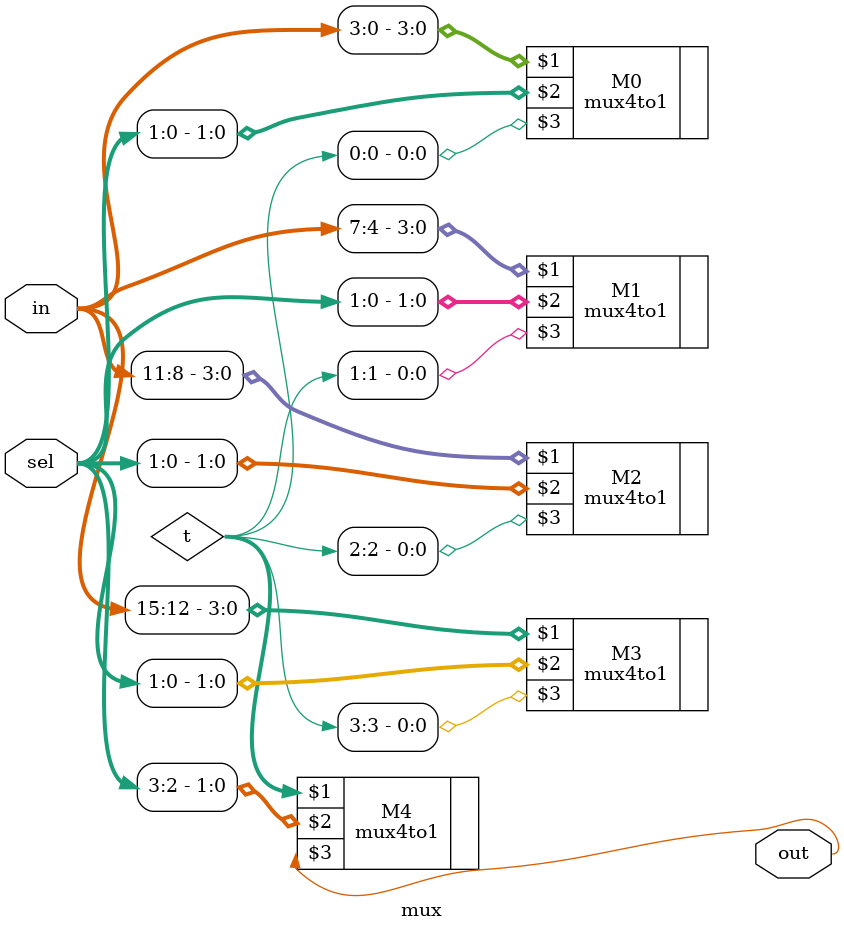
<source format=v>
/* module mux(in,sel,out );

  input[15:0]in;
  input[3:0]sel;
  output out;

  assign out=in[sel];
    
endmodule */

//structural model
//we use 5 4:1 mux for this

module mux(in,sel,out );

  input[15:0]in;
  input[3:0]sel;
  output out;
  wire [3:0]t;
  mux4to1 M0(in[3:0],sel[1:0],t[0]);
  mux4to1 M1(in[7:4],sel[1:0],t[1]);
  mux4to1 M2(in[11:8],sel[1:0],t[2]);
  mux4to1 M3(in[15:12],sel[1:0],t[3]);
  mux4to1 M4(t,sel[3:2],out);
endmodule

</source>
